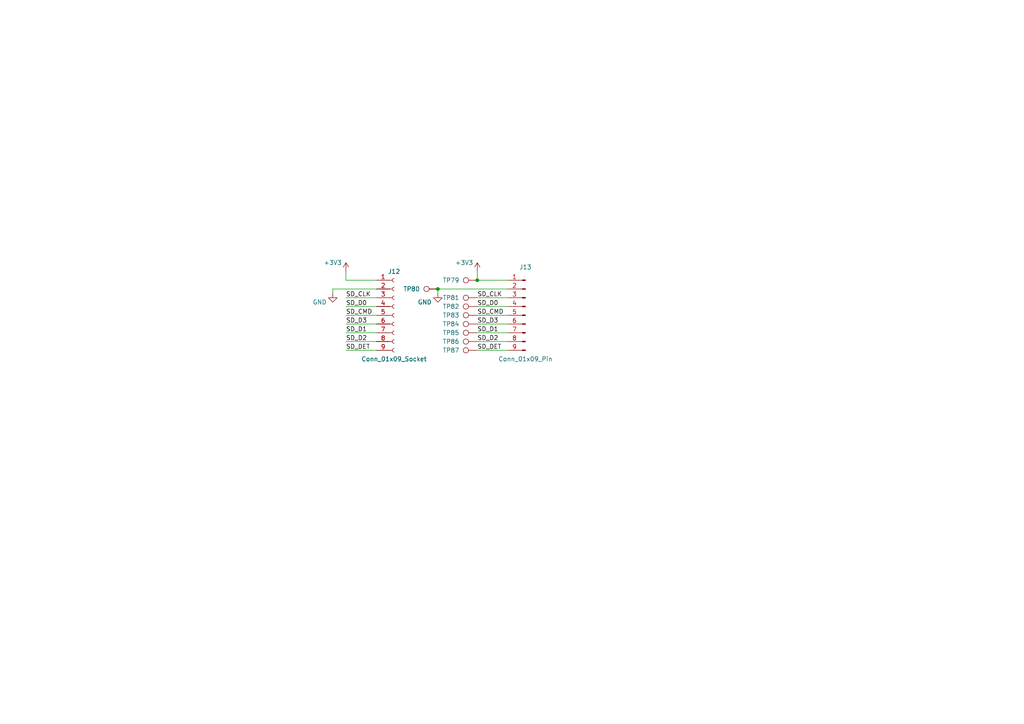
<source format=kicad_sch>
(kicad_sch (version 20231120) (generator "eeschema") (generator_version "8.0")
  (paper "A4")
  (title_block (title "MicroSD") (date "2024-07-18") (rev "Final"))
  (lib_symbols
    (symbol "Connector:Conn_01x09_Pin" (pin_names (offset 1.016) hide)
      (property "Reference" "J" (at 0 12.7 0))
      (property "Value" "Conn_01x09_Pin" (at 0 -12.7 0))
      (symbol "Conn_01x09_Pin_1_1"
        (polyline (pts (xy 1.27 -10.16) (xy 0.8636 -10.16)) (stroke (width 0.1524)))
        (polyline (pts (xy 1.27 -7.62) (xy 0.8636 -7.62)) (stroke (width 0.1524)))
        (polyline (pts (xy 1.27 -5.08) (xy 0.8636 -5.08)) (stroke (width 0.1524)))
        (polyline (pts (xy 1.27 -2.54) (xy 0.8636 -2.54)) (stroke (width 0.1524)))
        (polyline (pts (xy 1.27 0) (xy 0.8636 0)) (stroke (width 0.1524)))
        (polyline (pts (xy 1.27 2.54) (xy 0.8636 2.54)) (stroke (width 0.1524)))
        (polyline (pts (xy 1.27 5.08) (xy 0.8636 5.08)) (stroke (width 0.1524)))
        (polyline (pts (xy 1.27 7.62) (xy 0.8636 7.62)) (stroke (width 0.1524)))
        (polyline (pts (xy 1.27 10.16) (xy 0.8636 10.16)) (stroke (width 0.1524)))
        (rectangle (start 0.8636 -10.033) (end 0 -10.287) (stroke (width 0.1524)) (fill (type outline)))
        (rectangle (start 0.8636 -7.493) (end 0 -7.747) (stroke (width 0.1524)) (fill (type outline)))
        (rectangle (start 0.8636 -4.953) (end 0 -5.207) (stroke (width 0.1524)) (fill (type outline)))
        (rectangle (start 0.8636 -2.413) (end 0 -2.667) (stroke (width 0.1524)) (fill (type outline)))
        (rectangle (start 0.8636 0.127) (end 0 -0.127) (stroke (width 0.1524)) (fill (type outline)))
        (rectangle (start 0.8636 2.667) (end 0 2.413) (stroke (width 0.1524)) (fill (type outline)))
        (rectangle (start 0.8636 5.207) (end 0 4.953) (stroke (width 0.1524)) (fill (type outline)))
        (rectangle (start 0.8636 7.747) (end 0 7.493) (stroke (width 0.1524)) (fill (type outline)))
        (rectangle (start 0.8636 10.287) (end 0 10.033) (stroke (width 0.1524)) (fill (type outline)))
        (pin passive line (at 5.08 10.16 180) (length 3.81) (name "Pin_1") (number "1"))
        (pin passive line (at 5.08 7.62 180) (length 3.81) (name "Pin_2") (number "2"))
        (pin passive line (at 5.08 5.08 180) (length 3.81) (name "Pin_3") (number "3"))
        (pin passive line (at 5.08 2.54 180) (length 3.81) (name "Pin_4") (number "4"))
        (pin passive line (at 5.08 0 180) (length 3.81) (name "Pin_5") (number "5"))
        (pin passive line (at 5.08 -2.54 180) (length 3.81) (name "Pin_6") (number "6"))
        (pin passive line (at 5.08 -5.08 180) (length 3.81) (name "Pin_7") (number "7"))
        (pin passive line (at 5.08 -7.62 180) (length 3.81) (name "Pin_8") (number "8"))
        (pin passive line (at 5.08 -10.16 180) (length 3.81) (name "Pin_9") (number "9"))
      )
    )
    (symbol "Connector:Conn_01x09_Socket" (pin_names (offset 1.016) hide)
      (property "Reference" "J" (at 0 12.7 0))
      (property "Value" "Conn_01x09_Socket" (at 0 -12.7 0))
      (symbol "Conn_01x09_Socket_1_1"
        (arc (start 0 -9.652) (mid -0.5058 -10.16) (end 0 -10.668) (stroke (width 0.1524)))
        (arc (start 0 -7.112) (mid -0.5058 -7.62) (end 0 -8.128) (stroke (width 0.1524)))
        (arc (start 0 -4.572) (mid -0.5058 -5.08) (end 0 -5.588) (stroke (width 0.1524)))
        (arc (start 0 -2.032) (mid -0.5058 -2.54) (end 0 -3.048) (stroke (width 0.1524)))
        (polyline (pts (xy -1.27 -10.16) (xy -0.508 -10.16)) (stroke (width 0.1524)))
        (polyline (pts (xy -1.27 -7.62) (xy -0.508 -7.62)) (stroke (width 0.1524)))
        (polyline (pts (xy -1.27 -5.08) (xy -0.508 -5.08)) (stroke (width 0.1524)))
        (polyline (pts (xy -1.27 -2.54) (xy -0.508 -2.54)) (stroke (width 0.1524)))
        (polyline (pts (xy -1.27 0) (xy -0.508 0)) (stroke (width 0.1524)))
        (polyline (pts (xy -1.27 2.54) (xy -0.508 2.54)) (stroke (width 0.1524)))
        (polyline (pts (xy -1.27 5.08) (xy -0.508 5.08)) (stroke (width 0.1524)))
        (polyline (pts (xy -1.27 7.62) (xy -0.508 7.62)) (stroke (width 0.1524)))
        (polyline (pts (xy -1.27 10.16) (xy -0.508 10.16)) (stroke (width 0.1524)))
        (arc (start 0 0.508) (mid -0.5058 0) (end 0 -0.508) (stroke (width 0.1524)))
        (arc (start 0 3.048) (mid -0.5058 2.54) (end 0 2.032) (stroke (width 0.1524)))
        (arc (start 0 5.588) (mid -0.5058 5.08) (end 0 4.572) (stroke (width 0.1524)))
        (arc (start 0 8.128) (mid -0.5058 7.62) (end 0 7.112) (stroke (width 0.1524)))
        (arc (start 0 10.668) (mid -0.5058 10.16) (end 0 9.652) (stroke (width 0.1524)))
        (pin passive line (at -5.08 10.16 0) (length 3.81) (name "Pin_1") (number "1"))
        (pin passive line (at -5.08 7.62 0) (length 3.81) (name "Pin_2") (number "2"))
        (pin passive line (at -5.08 5.08 0) (length 3.81) (name "Pin_3") (number "3"))
        (pin passive line (at -5.08 2.54 0) (length 3.81) (name "Pin_4") (number "4"))
        (pin passive line (at -5.08 0 0) (length 3.81) (name "Pin_5") (number "5"))
        (pin passive line (at -5.08 -2.54 0) (length 3.81) (name "Pin_6") (number "6"))
        (pin passive line (at -5.08 -5.08 0) (length 3.81) (name "Pin_7") (number "7"))
        (pin passive line (at -5.08 -7.62 0) (length 3.81) (name "Pin_8") (number "8"))
        (pin passive line (at -5.08 -10.16 0) (length 3.81) (name "Pin_9") (number "9"))
      )
    )
    (symbol "Connector:TestPoint" (pin_numbers hide) (pin_names (offset 0.762) hide)
      (property "Reference" "TP" (at 0 6.858 0))
      (property "Value" "TestPoint" (at 0 5.08 0))
      (symbol "TestPoint_0_1"
        (circle (center 0 3.302) (radius 0.762))
      )
      (symbol "TestPoint_1_1"
        (pin passive line (at 0 0 90) (length 2.54) (name "1") (number "1"))
      )
    )
    (symbol "power:+3V3" (power) (pin_names (offset 0))
      (property "Value" "+3V3" (at 0 3.556 0))
      (symbol "+3V3_0_1"
        (polyline (pts (xy -0.762 1.27) (xy 0 2.54)))
        (polyline (pts (xy 0 0) (xy 0 2.54)))
        (polyline (pts (xy 0 2.54) (xy 0.762 1.27)))
      )
      (symbol "+3V3_1_1"
        (pin power_in line (at 0 0 90) (length 0) hide (name "+3V3") (number "1"))
      )
    )
    (symbol "power:GND" (power) (pin_names (offset 0))
      (property "Value" "GND" (at 0 -3.81 0))
      (symbol "GND_0_1"
        (polyline (pts (xy 0 0) (xy 0 -1.27) (xy 1.27 -1.27) (xy 0 -2.54) (xy -1.27 -1.27) (xy 0 -1.27)))
      )
      (symbol "GND_1_1"
        (pin power_in line (at 0 0 270) (length 0) hide (name "GND") (number "1"))
      )
    )
  )
  (junction (at 127 83.82))
  (junction (at 138.43 81.28))
  (wire (pts (xy 138.43 101.6) (xy 147.32 101.6)))
  (wire (pts (xy 100.33 81.28) (xy 109.22 81.28)))
  (wire (pts (xy 100.33 96.52) (xy 109.22 96.52)))
  (wire (pts (xy 100.33 86.36) (xy 109.22 86.36)))
  (wire (pts (xy 96.52 83.82) (xy 109.22 83.82)))
  (wire (pts (xy 138.43 99.06) (xy 147.32 99.06)))
  (wire (pts (xy 100.33 99.06) (xy 109.22 99.06)))
  (wire (pts (xy 100.33 88.9) (xy 109.22 88.9)))
  (wire (pts (xy 127 83.82) (xy 147.32 83.82)))
  (wire (pts (xy 138.43 81.28) (xy 147.32 81.28)))
  (wire (pts (xy 127 85.09) (xy 127 83.82)))
  (wire (pts (xy 138.43 91.44) (xy 147.32 91.44)))
  (wire (pts (xy 138.43 86.36) (xy 147.32 86.36)))
  (wire (pts (xy 100.33 78.74) (xy 100.33 81.28)))
  (wire (pts (xy 138.43 96.52) (xy 147.32 96.52)))
  (wire (pts (xy 100.33 101.6) (xy 109.22 101.6)))
  (wire (pts (xy 100.33 91.44) (xy 109.22 91.44)))
  (wire (pts (xy 138.43 78.74) (xy 138.43 81.28)))
  (wire (pts (xy 138.43 93.98) (xy 147.32 93.98)))
  (wire (pts (xy 138.43 88.9) (xy 147.32 88.9)))
  (wire (pts (xy 100.33 93.98) (xy 109.22 93.98)))
  (wire (pts (xy 96.52 85.09) (xy 96.52 83.82)))
  (label "SD_D2" (at 138.43 99.06 0))
  (label "SD_D0" (at 138.43 88.9 0))
  (label "SD_CMD" (at 138.43 91.44 0))
  (label "SD_D2" (at 100.33 99.06 0))
  (label "SD_DET" (at 138.43 101.6 0))
  (label "SD_D1" (at 100.33 96.52 0))
  (label "SD_CLK" (at 138.43 86.36 0))
  (label "SD_D1" (at 138.43 96.52 0))
  (label "SD_D0" (at 100.33 88.9 0))
  (label "SD_DET" (at 100.33 101.6 0))
  (label "SD_CMD" (at 100.33 91.44 0))
  (label "SD_CLK" (at 100.33 86.36 0))
  (label "SD_D3" (at 138.43 93.98 0))
  (label "SD_D3" (at 100.33 93.98 0))
  (symbol (lib_id "Connector:TestPoint") (at 138.43 81.28 90) (unit 1)
    (property "Reference" "TP79" (at 130.81 81.28 90))
    (property "Value" "TestPoint" (effects (hide yes)))
    (property "Footprint" "TestPoint:TestPoint_Pad_D1.5mm" (effects (hide yes)))
  )
  (symbol (lib_id "Connector:TestPoint") (at 138.43 101.6 90) (unit 1)
    (property "Reference" "TP87" (at 130.81 101.6 90))
    (property "Value" "TestPoint" (effects (hide yes)))
    (property "Footprint" "TestPoint:TestPoint_Pad_D1.5mm" (effects (hide yes)))
  )
  (symbol (lib_id "Connector:TestPoint") (at 138.43 91.44 90) (unit 1)
    (property "Reference" "TP83" (at 130.81 91.44 90))
    (property "Value" "TestPoint" (effects (hide yes)))
    (property "Footprint" "TestPoint:TestPoint_Pad_D1.5mm" (effects (hide yes)))
  )
  (symbol (lib_id "power:GND") (at 127 85.09 0) (unit 1)
    (property "Reference" "#PWR032" (effects (hide yes)))
    (property "Value" "GND" (at 123.19 87.63 0))
  )
  (symbol (lib_id "Connector:TestPoint") (at 138.43 86.36 90) (unit 1)
    (property "Reference" "TP81" (at 130.81 86.36 90))
    (property "Value" "TestPoint" (effects (hide yes)))
    (property "Footprint" "TestPoint:TestPoint_Pad_D1.5mm" (effects (hide yes)))
  )
  (symbol (lib_id "power:+3V3") (at 138.43 78.74 0) (unit 1)
    (property "Reference" "#PWR031" (effects (hide yes)))
    (property "Value" "+3V3" (at 134.62 76.2 0))
  )
  (symbol (lib_id "power:GND") (at 96.52 85.09 0) (unit 1)
    (property "Reference" "#PWR030" (effects (hide yes)))
    (property "Value" "GND" (at 92.71 87.63 0))
  )
  (symbol (lib_id "Connector:TestPoint") (at 138.43 93.98 90) (unit 1)
    (property "Reference" "TP84" (at 130.81 93.98 90))
    (property "Value" "TestPoint" (effects (hide yes)))
    (property "Footprint" "TestPoint:TestPoint_Pad_D1.5mm" (effects (hide yes)))
  )
  (symbol (lib_id "Connector:TestPoint") (at 138.43 96.52 90) (unit 1)
    (property "Reference" "TP85" (at 130.81 96.52 90))
    (property "Value" "TestPoint" (effects (hide yes)))
    (property "Footprint" "TestPoint:TestPoint_Pad_D1.5mm" (effects (hide yes)))
  )
  (symbol (lib_id "Connector:TestPoint") (at 138.43 99.06 90) (unit 1)
    (property "Reference" "TP86" (at 130.81 99.06 90))
    (property "Value" "TestPoint" (effects (hide yes)))
    (property "Footprint" "TestPoint:TestPoint_Pad_D1.5mm" (effects (hide yes)))
  )
  (symbol (lib_id "Connector:TestPoint") (at 138.43 88.9 90) (unit 1)
    (property "Reference" "TP82" (at 130.81 88.9 90))
    (property "Value" "TestPoint" (effects (hide yes)))
    (property "Footprint" "TestPoint:TestPoint_Pad_D1.5mm" (effects (hide yes)))
  )
  (symbol (lib_id "Connector:Conn_01x09_Socket") (at 114.3 91.44 0) (unit 1)
    (property "Reference" "J12" (at 114.3 78.74 0))
    (property "Value" "Conn_01x09_Socket" (at 114.3 104.14 0))
    (property "Footprint" "Connector_PinSocket_2.54mm:PinSocket_1x09_P2.54mm_Vertical" (effects (hide yes)))
  )
  (symbol (lib_id "Connector:Conn_01x09_Pin") (at 152.4 91.44 0) (mirror y) (unit 1)
    (property "Reference" "J13" (at 152.4 77.47 0))
    (property "Value" "Conn_01x09_Pin" (at 152.4 104.14 0))
    (property "Footprint" "Connector_PinHeader_2.54mm:PinHeader_1x09_P2.54mm_Vertical" (effects (hide yes)))
  )
  (symbol (lib_id "Connector:TestPoint") (at 127 83.82 90) (unit 1)
    (property "Reference" "TP80" (at 119.38 83.82 90))
    (property "Value" "TestPoint" (effects (hide yes)))
    (property "Footprint" "TestPoint:TestPoint_Pad_D1.5mm" (effects (hide yes)))
  )
  (symbol (lib_id "power:+3V3") (at 100.33 78.74 0) (unit 1)
    (property "Reference" "#PWR029" (effects (hide yes)))
    (property "Value" "+3V3" (at 96.52 76.2 0))
  )
)
</source>
